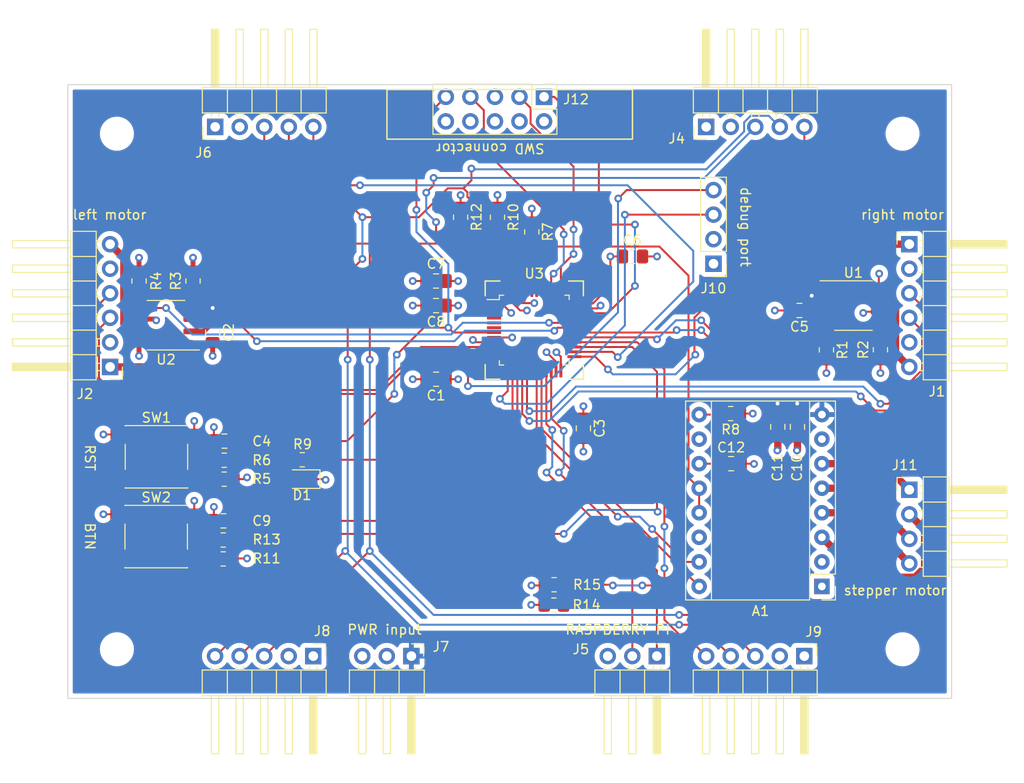
<source format=kicad_pcb>
(kicad_pcb (version 20211014) (generator pcbnew)
  (layers (0 "F.Cu" signal) (1 "In1.Cu" signal) (2 "In2.Cu" signal) (31 "B.Cu" signal) (34 "B.Paste" user) (35 "F.Paste" user) (36 "B.SilkS" user "B.Silkscreen") (37 "F.SilkS" user "F.Silkscreen") (38 "B.Mask" user) (39 "F.Mask" user) (44 "Edge.Cuts" user))
  (net 0 "")
  (net 1 "+3V3")
  (net 2 "/I2C1_SCL")
  (net 3 "Net-(R5-Pad2)")
  (net 4 "/NRST")
  (net 5 "/SERVO_CTRL_LEFT_REVERSE")
  (net 6 "GND")
  (net 7 "/SERVO_CTRL_RIGHT_FORWARD")
  (net 8 "/SERVO_CTRL_RIGHT_REVERSE")
  (net 9 "/BOOT0")
  (net 10 "Net-(A1-Pad9)")
  (net 11 "/LED_0")
  (net 12 "Net-(D1-Pad2)")
  (net 13 "Net-(R11-Pad2)")
  (net 14 "/I2C1_SDA")
  (net 15 "/BTN_0")
  (net 16 "/I2C2_SCL")
  (net 17 "/I2C2_SDA")
  (net 18 "/SERVO_CTRL_LEFT_FORWARD")
  (net 19 "/SERVO_CTRL_RIGHT_OUT_1")
  (net 20 "+6V")
  (net 21 "/SERVO_CTRL_RIGHT_OUT_2")
  (net 22 "/SERVO_CTRL_LEFT_OUT_1")
  (net 23 "/SERVO_CTRL_LEFT_OUT_2")
  (net 29 "/ENCODER_LEFT_A_PHASE")
  (net 30 "/ENCODER_LEFT_B_PHASE")
  (net 31 "/UART_TX")
  (net 32 "/UART_RX")
  (net 33 "/ENCODER_RIGHT_A_PHASE")
  (net 34 "/ENCODER_RIGHT_B_PHASE")
  (net 36 "/TMC_STEP")
  (net 37 "/TMC_DIR")
  (net 38 "/SHUT_1")
  (net 39 "/SHUT_2")
  (net 40 "/SHUT_3")
  (net 41 "/SHUT_4")
  (net 43 "/SWDIO")
  (net 44 "/SWCLK")
  (net 46 "/SWO")
  (net 49 "/TMC_PDN_UART")
  (net 51 "/1B")
  (net 52 "/1A")
  (net 53 "/2A")
  (net 54 "/2B")
  (footprint "LED_SMD:LED_0805_2012Metric_Pad1.15x1.40mm_HandSolder" (layer "F.Cu") (at 125.8316 104.3178 180)
    (fp_text reference "D1")
    (fp_text value "LED")
  )
  (footprint "Capacitor_SMD:C_0805_2012Metric_Pad1.18x1.45mm_HandSolder" (layer "F.Cu") (at 139.7 86.36 180)
    (fp_text reference "C8")
    (fp_text value "1u")
  )
  (footprint "Connector_PinHeader_2.54mm:PinHeader_1x06_P2.54mm_Horizontal" (layer "F.Cu") (at 188.665 80.01)
    (fp_text reference "J1")
    (fp_text value "CONN_SERVO_RIGHT")
  )
  (footprint "Connector_PinHeader_2.54mm:PinHeader_1x04_P2.54mm_Vertical" (layer "F.Cu") (at 168.402 82.032 180)
    (fp_text reference "J10")
    (fp_text value "DEBUG_UART")
  )
  (footprint "Resistor_SMD:R_0805_2012Metric_Pad1.20x1.40mm_HandSolder" (layer "F.Cu") (at 114.554 83.82 90)
    (fp_text reference "R3")
    (fp_text value "10k")
  )
  (footprint "Capacitor_SMD:C_0805_2012Metric_Pad1.18x1.45mm_HandSolder" (layer "F.Cu") (at 177.292 86.868 180)
    (fp_text reference "C5")
    (fp_text value "47u")
  )
  (footprint "Connector_PinHeader_2.54mm:PinHeader_1x05_P2.54mm_Horizontal" (layer "F.Cu") (at 116.845 67.875 90)
    (fp_text reference "J6")
    (fp_text value "SENSOR_CONNECTOR_2")
  )
  (footprint "Module:Pololu_Breakout-16_15.2x20.3mm" (layer "F.Cu") (at 179.6188 115.4176 180)
    (fp_text reference "A1")
    (fp_text value "TMC2208_module")
  )
  (footprint "Capacitor_SMD:C_0805_2012Metric_Pad1.18x1.45mm_HandSolder" (layer "F.Cu") (at 177.0888 98.9076 -90)
    (fp_text reference "C10")
    (fp_text value "47u")
  )
  (footprint "Resistor_SMD:R_0805_2012Metric_Pad1.20x1.40mm_HandSolder" (layer "F.Cu") (at 151.908 115.2398)
    (fp_text reference "R15")
    (fp_text value "4.7k")
  )
  (footprint "Resistor_SMD:R_0805_2012Metric_Pad1.20x1.40mm_HandSolder" (layer "F.Cu") (at 146.05 77.216 -90)
    (fp_text reference "R10")
    (fp_text value "4.7k")
  )
  (footprint "MountingHole:MountingHole_2.5mm" (layer "F.Cu") (at 187.96 68.58)
    (fp_text reference "REF02" hide)
    (fp_text value "MountingHole_2.5mm")
  )
  (footprint "Connector_PinHeader_2.54mm:PinHeader_1x03_P2.54mm_Horizontal" (layer "F.Cu") (at 162.545 122.625 -90)
    (fp_text reference "J5")
    (fp_text value "RASPBERRY_CONNECTOR")
  )
  (footprint "Capacitor_SMD:C_0805_2012Metric_Pad1.18x1.45mm_HandSolder" (layer "F.Cu") (at 175.0568 98.9076 -90)
    (fp_text reference "C11")
    (fp_text value "47u")
  )
  (footprint "MountingHole:MountingHole_2.5mm" (layer "F.Cu") (at 187.96 121.92)
    (fp_text reference "REF01" hide)
    (fp_text value "MountingHole_2.5mm")
  )
  (footprint "MountingHole:MountingHole_2.5mm" (layer "F.Cu") (at 106.68 121.92)
    (fp_text reference "REF04" hide)
    (fp_text value "MountingHole_2.5mm")
  )
  (footprint "Capacitor_SMD:C_0805_2012Metric_Pad1.18x1.45mm_HandSolder" (layer "F.Cu") (at 139.7 93.98 180)
    (fp_text reference "C1")
    (fp_text value "100n")
  )
  (footprint "Resistor_SMD:R_0805_2012Metric_Pad1.20x1.40mm_HandSolder" (layer "F.Cu") (at 117.7798 104.3178 180)
    (fp_text reference "R5")
    (fp_text value "100k")
  )
  (footprint "Connector_PinHeader_2.54mm:PinHeader_1x05_P2.54mm_Horizontal" (layer "F.Cu") (at 126.995 122.625 -90)
    (fp_text reference "J8")
    (fp_text value "SENSOR_CONNECTOR_3")
  )
  (footprint "MountingHole:MountingHole_2.5mm" (layer "F.Cu") (at 106.68 68.58)
    (fp_text reference "REF03" hide)
    (fp_text value "MountingHole_2.5mm")
  )
  (footprint "Capacitor_SMD:C_0805_2012Metric_Pad1.18x1.45mm_HandSolder" (layer "F.Cu") (at 117.8052 100.3808 180)
    (fp_text reference "C4")
    (fp_text value "100n")
  )
  (footprint "Capacitor_SMD:C_0805_2012Metric_Pad1.18x1.45mm_HandSolder" (layer "F.Cu") (at 116.586 89.154 -90)
    (fp_text reference "C2")
    (fp_text value "47u")
  )
  (footprint "Resistor_SMD:R_0805_2012Metric_Pad1.20x1.40mm_HandSolder" (layer "F.Cu") (at 180.086 90.948 -90)
    (fp_text reference "R1")
    (fp_text value "10k")
  )
  (footprint "Resistor_SMD:R_0805_2012Metric_Pad1.20x1.40mm_HandSolder" (layer "F.Cu") (at 117.6782 110.617)
    (fp_text reference "R13")
    (fp_text value "100")
  )
  (footprint "Button_Switch_SMD:SW_Push_1P1T_NO_6x6mm_H9.5mm" (layer "F.Cu") (at 110.7694 102.0064)
    (fp_text reference "SW1")
    (fp_text value "SW_RST")
  )
  (footprint "Connector_PinHeader_2.54mm:PinHeader_2x05_P2.54mm_Vertical" (layer "F.Cu") (at 150.871 64.765 -90)
    (fp_text reference "J12")
    (fp_text value "SWD_CONNECTOR")
  )
  (footprint "Capacitor_SMD:C_0805_2012Metric_Pad1.18x1.45mm_HandSolder" (layer "F.Cu") (at 170.2308 102.7176)
    (fp_text reference "C12")
    (fp_text value "100n")
  )
  (footprint "Capacitor_SMD:C_0805_2012Metric_Pad1.18x1.45mm_HandSolder" (layer "F.Cu") (at 117.7036 108.6358 180)
    (fp_text reference "C9")
    (fp_text value "100n")
  )
  (footprint "Resistor_SMD:R_0805_2012Metric_Pad1.20x1.40mm_HandSolder" (layer "F.Cu") (at 117.7798 102.362)
    (fp_text reference "R6")
    (fp_text value "100")
  )
  (footprint "Connector_PinHeader_2.54mm:PinHeader_1x06_P2.54mm_Horizontal" (layer "F.Cu") (at 105.975 92.71 180)
    (fp_text reference "J2")
    (fp_text value "CONN_SERVO_LEFT")
  )
  (footprint "Button_Switch_SMD:SW_Push_1P1T_NO_6x6mm_H9.5mm" (layer "F.Cu") (at 110.744 110.2614)
    (fp_text reference "SW2")
    (fp_text value "SW_BTN")
  )
  (footprint "Connector_PinHeader_2.54mm:PinHeader_1x04_P2.54mm_Horizontal" (layer "F.Cu") (at 188.665 105.42)
    (fp_text reference "J11")
    (fp_text value "Stepper_motor_out")
  )
  (footprint "Connector_PinHeader_2.54mm:PinHeader_1x05_P2.54mm_Horizontal" (layer "F.Cu") (at 167.645 67.875 90)
    (fp_text reference "J4")
    (fp_text value "SENSOR_CONNECTOR_1")
  )
  (footprint "Resistor_SMD:R_0805_2012Metric_Pad1.20x1.40mm_HandSolder" (layer "F.Cu") (at 185.674 90.932 -90)
    (fp_text reference "R2")
    (fp_text value "10k")
  )
  (footprint "Connector_PinHeader_2.54mm:PinHeader_1x05_P2.54mm_Horizontal" (layer "F.Cu") (at 177.8 122.625 -90)
    (fp_text reference "J9")
    (fp_text value "SENSOR_CONNECTOR_4")
  )
  (footprint "Resistor_SMD:R_0805_2012Metric_Pad1.20x1.40mm_HandSolder" (layer "F.Cu") (at 117.6782 112.5728 180)
    (fp_text reference "R11")
    (fp_text value "100k")
  )
  (footprint "Resistor_SMD:R_0805_2012Metric_Pad1.20x1.40mm_HandSolder" (layer "F.Cu") (at 108.966 83.82 90)
    (fp_text reference "R4")
    (fp_text value "10k")
  )
  (footprint "Package_QFP:LQFP-48_7x7mm_P0.5mm" (layer "F.Cu") (at 149.86 88.9)
    (fp_text reference "U3")
    (fp_text value "STM32F103C8Tx")
  )
  (footprint "Package_SO:SOP-8_3.9x4.9mm_P1.27mm" (layer "F.Cu") (at 182.88 86.36)
    (fp_text reference "U1")
    (fp_text value "BD6220F-E2")
  )
  (footprint "Capacitor_SMD:C_0805_2012Metric_Pad1.18x1.45mm_HandSolder" (layer "F.Cu") (at 154.94 99.06 -90)
    (fp_text reference "C3")
    (fp_text value "100n")
  )
  (footprint "Resistor_SMD:R_0805_2012Metric_Pad1.20x1.40mm_HandSolder" (layer "F.Cu") (at 170.18 97.536 180)
    (fp_text reference "R8")
    (fp_text value "10k")
  )
  (footprint "Resistor_SMD:R_0805_2012Metric_Pad1.20x1.40mm_HandSolder" (layer "F.Cu") (at 142.24 77.216 -90)
    (fp_text reference "R12")
    (fp_text value "4.7k")
  )
  (footprint "Connector_PinHeader_2.54mm:PinHeader_1x03_P2.54mm_Horizontal" (layer "F.Cu") (at 137.145 122.625 -90)
    (fp_text reference "J7")
    (fp_text value "PWR_input")
  )
  (footprint "Resistor_SMD:R_0805_2012Metric_Pad1.20x1.40mm_HandSolder" (layer "F.Cu") (at 151.892 117.348)
    (fp_text reference "R14")
    (fp_text value "4.7k")
  )
  (footprint "Resistor_SMD:R_0805_2012Metric_Pad1.20x1.40mm_HandSolder" (layer "F.Cu") (at 149.606 78.74 -90)
    (fp_text reference "R7")
    (fp_text value "10k")
  )
  (footprint "Package_SO:SOP-8_3.9x4.9mm_P1.27mm" (layer "F.Cu") (at 111.76 88.392 180)
    (fp_text reference "U2")
    (fp_text value "BD6220F-E2")
  )
  (footprint "Resistor_SMD:R_0805_2012Metric_Pad1.20x1.40mm_HandSolder" (layer "F.Cu") (at 125.857 102.3112 180)
    (fp_text reference "R9")
    (fp_text value "1k")
  )
  (footprint "Capacitor_SMD:C_0805_2012Metric_Pad1.18x1.45mm_HandSolder" (layer "F.Cu") (at 139.7 83.82 180)
    (fp_text reference "C7")
    (fp_text value "100n")
  )
  (footprint "Capacitor_SMD:C_0805_2012Metric_Pad1.18x1.45mm_HandSolder" (layer "F.Cu") (at 160.02 81.28)
    (fp_text reference "C6")
    (fp_text value "100n")
  )
  (gr_line (start 144.78 83.82) (end 146.304 83.82) (layer "F.SilkS") (width 0.15))
  (gr_line (start 154.94 83.82) (end 153.416 83.82) (layer "F.SilkS") (width 0.15))
  (gr_line (start 144.78 93.98) (end 146.304 93.98) (layer "F.SilkS") (width 0.15))
  (gr_rect (start 134.62 64.008) (end 160.02 69.143) (layer "F.SilkS") (width 0.15) (fill none))
  (gr_line (start 144.78 92.456) (end 144.78 93.98) (layer "F.SilkS") (width 0.15))
  (gr_line (start 154.94 85.344) (end 154.94 83.82) (layer "F.SilkS") (width 0.15))
  (gr_line (start 154.94 93.98) (end 153.416 93.98) (layer "F.SilkS") (width 0.15))
  (gr_line (start 144.78 85.344) (end 144.78 83.82) (layer "F.SilkS") (width 0.15))
  (gr_line (start 154.94 93.98) (end 154.94 92.456) (layer "F.SilkS") (width 0.15))
  (gr_rect (start 193.04 63.5) (end 101.6 127) (layer "Edge.Cuts") (width 0.1) (fill none))
  (gr_text "RST" (at 103.886 102.108 270) (layer "F.SilkS") (effects (font (size 1 1))))
  (gr_text "BTN" (at 103.886 110.236 270) (layer "F.SilkS") (effects (font (size 1 1))))
  (gr_text "debug port" (at 171.704 78.232 270) (layer "F.SilkS") (effects (font (size 1 1))))
  (gr_text "right motor" (at 187.96 76.962) (layer "F.SilkS") (effects (font (size 1 1))))
  (gr_text "SWD connector" (at 145.288 70.104 180) (layer "F.SilkS") (effects (font (size 1 1))))
  (gr_text "left motor" (at 105.918 76.962) (layer "F.SilkS") (effects (font (size 1 1))))
  (gr_text "PWR input" (at 134.366 119.888) (layer "F.SilkS") (effects (font (size 1 1))))
  (gr_text "RASPBERRY PI" (at 158.496 119.888) (layer "F.SilkS") (effects (font (size 1 1))))
  (gr_text "stepper motor" (at 187.198 115.824) (layer "F.SilkS") (effects (font (size 1 1))))
  (segment (start 140.7375 86.36) (end 141.986 86.36) (width 0.2032) (layer "F.Cu") (net 1))
  (segment (start 140.7375 93.98) (end 141.986 93.98) (width 0.2032) (layer "F.Cu") (net 1))
  (segment (start 185.505 86.995) (end 184.023 86.995) (width 0.2032) (layer "F.Cu") (net 1))
  (segment (start 142.24 76.216) (end 142.24 74.93) (width 0.2032) (layer "F.Cu") (net 1))
  (segment (start 152.61 91.65) (end 152.146 91.186) (width 0.2032) (layer "F.Cu") (net 1))
  (segment (start 157.734 84.328) (end 157.734 81.28) (width 0.2032) (layer "F.Cu") (net 1))
  (segment (start 150.8318 115.316) (end 150.908 115.2398) (width 0.2032) (layer "F.Cu") (net 1))
  (segment (start 143.744 90.15) (end 145.6975 90.15) (width 0.2032) (layer "F.Cu") (net 1))
  (segment (start 143.51 89.916) (end 143.744 90.15) (width 0.2032) (layer "F.Cu") (net 1))
  (segment (start 154.94 98.0225) (end 154.94 96.774) (width 0.2032) (layer "F.Cu") (net 1))
  (segment (start 146.05 76.2) (end 146.05 74.914) (width 0.2032) (layer "F.Cu") (net 1))
  (segment (start 166.9188 102.7176) (end 169.1933 102.7176) (width 0.2032) (layer "F.Cu") (net 1))
  (segment (start 149.5712 115.316) (end 150.8318 115.316) (width 0.2032) (layer "F.Cu") (net 1))
  (segment (start 158.9825 81.28) (end 157.734 81.28) (width 0.2032) (layer "F.Cu") (net 1))
  (segment (start 146.5004 86.15) (end 147.4724 87.122) (width 0.2032) (layer "F.Cu") (net 1))
  (segment (start 118.729 112.522) (end 118.6782 112.5728) (width 0.2032) (layer "F.Cu") (net 1))
  (segment (start 149.5458 117.3226) (end 150.8666 117.3226) (width 0.2032) (layer "F.Cu") (net 1))
  (segment (start 110.617 87.757) (end 110.744 87.884) (width 0.508) (layer "F.Cu") (net 1))
  (segment (start 118.7798 104.3178) (end 119.9642 104.3178) (width 0.2032) (layer "F.Cu") (net 1))
  (segment (start 147.11 84.7375) (end 147.11 85.576446) (width 0.2032) (layer "F.Cu") (net 1))
  (segment (start 109.135 87.757) (end 110.617 87.757) (width 0.508) (layer "F.Cu") (net 1))
  (segment (start 148.401554 86.868) (end 149.098 86.868) (width 0.2032) (layer "F.Cu") (net 1))
  (segment (start 152.61 93.0625) (end 152.61 91.65) (width 0.2032) (layer "F.Cu") (net 1))
  (segment (start 145.6975 86.15) (end 146.5004 86.15) (width 0.2032) (layer "F.Cu") (net 1))
  (segment (start 120.142 112.522) (end 118.729 112.522) (width 0.2032) (layer "F.Cu") (net 1))
  (segment (start 150.8666 117.3226) (end 150.892 117.348) (width 0.2032) (layer "F.Cu") (net 1))
  (segment (start 119.9642 104.3178) (end 120.142 104.14) (width 0.2032) (layer "F.Cu") (net 1))
  (segment (start 147.11 85.576446) (end 148.401554 86.868) (width 0.2032) (layer "F.Cu") (net 1))
  (segment (start 184.023 86.995) (end 183.896 87.122) (width 0.2032) (layer "F.Cu") (net 1))
  (segment (start 154.0225 86.15) (end 155.912 86.15) (width 0.2032) (layer "F.Cu") (net 1))
  (segment (start 140.7375 83.82) (end 141.986 83.82) (width 0.2032) (layer "F.Cu") (net 1))
  (segment (start 155.912 86.15) (end 157.734 84.328) (width 0.2032) (layer "F.Cu") (net 1))
  (via (at 183.896 87.122) (size 0.8) (drill 0.4) (layers "F.Cu" "B.Cu") (net 1))
  (via (at 152.146 91.186) (size 0.8) (drill 0.4) (layers "F.Cu" "B.Cu") (net 1))
  (via (at 141.986 93.98) (size 0.8) (drill 0.4) (layers "F.Cu" "B.Cu") (net 1))
  (via (at 157.734 81.28) (size 0.8) (drill 0.4) (layers "F.Cu" "B.Cu") (net 1))
  (via (at 143.51 89.916) (size 0.8) (drill 0.4) (layers "F.Cu" "B.Cu") (net 1))
  (via (at 149.5458 117.3226) (size 0.8) (drill 0.4) (layers "F.Cu" "B.Cu") (net 1))
  (via (at 149.098 86.868) (size 0.8) (drill 0.4) (layers "F.Cu" "B.Cu") (net 1))
  (via (at 142.24 74.93) (size 0.8) (drill 0.4) (layers "F.Cu" "B.Cu") (net 1))
  (via (at 154.94 96.774) (size 0.8) (drill 0.4) (layers "F.Cu" "B.Cu") (net 1))
  (via (at 110.744 87.884) (size 0.8) (drill 0.4) (layers "F.Cu" "B.Cu") (net 1))
  (via (at 147.4724 87.122) (size 0.8) (drill 0.4) (layers "F.Cu" "B.Cu") (net 1))
  (via (at 146.05 74.914) (size 0.8) (drill 0.4) (layers "F.Cu" "B.Cu") (net 1))
  (via (at 149.5712 115.316) (size 0.8) (drill 0.4) (layers "F.Cu" "B.Cu") (net 1))
  (via (at 120.142 104.14) (size 0.8) (drill 0.4) (layers "F.Cu" "B.Cu") (net 1))
  (via (at 120.142 112.522) (size 0.8) (drill 0.4) (layers "F.Cu" "B.Cu") (net 1))
  (via (at 141.986 86.36) (size 0.8) (drill 0.4) (layers "F.Cu" "B.Cu") (net 1))
  (via (at 141.986 83.82) (size 0.8) (drill 0.4) (layers "F.Cu" "B.Cu") (net 1))
  (segment (start 142.941111 74.639589) (end 142.530411 74.228889) (width 0.2032) (layer "F.Cu") (net 2))
  (segment (start 148.61 82.046) (end 146.05 79.486) (width 0.2032) (layer "F.Cu") (net 2))
  (segment (start 130.556 91.948) (end 130.556 83.058) (width 0.2032) (layer "F.Cu") (net 2))
  (segment (start 130.24 111.76) (end 130.302 111.76) (width 0.2032) (layer "F.Cu") (net 2))
  (segment (start 142.534711 74.228889) (end 142.530411 74.228889) (width 0.2032) (layer "F.Cu") (net 2))
  (segment (start 119.375 122.625) (end 130.24 111.76) (width 0.2032) (layer "F.Cu") (net 2))
  (segment (start 143.3576 72.1868) (end 143.3576 73.406) (width 0.2032) (layer "F.Cu") (net 2))
  (segment (start 124.465 69.601) (end 124.465 67.875) (width 0.2032) (layer "F.Cu") (net 2))
  (segment (start 166.935 119.38) (end 164.846 119.38) (width 0.2032) (layer "F.Cu") (net 2))
  (segment (start 146.05 79.486) (end 146.05 78.216) (width 0.2032) (layer "F.Cu") (net 2))
  (segment (start 146.05 78.216) (end 142.941111 75.107111) (width 0.2032) (layer "F.Cu") (net 2))
  (segment (start 132.08 77.216) (end 124.465 69.601) (width 0.2032) (layer "F.Cu") (net 2))
  (segment (start 143.3576 73.406) (end 142.534711 74.228889) (width 0.2032) (layer "F.Cu") (net 2))
  (segment (start 140.909111 74.228889) (end 137.922 77.216) (width 0.2032) (layer "F.Cu") (net 2))
  (segment (start 137.922 77.216) (end 132.08 77.216) (width 0.2032) (layer "F.Cu") (net 2))
  (segment (start 148.61 84.7375) (end 148.61 82.046) (width 0.2032) (layer "F.Cu") (net 2))
  (segment (start 142.941111 75.107111) (end 142.941111 74.639589) (width 0.2032) (layer "F.Cu") (net 2))
  (segment (start 170.18 122.625) (end 166.935 119.38) (width 0.2032) (layer "F.Cu") (net 2))
  (segment (start 130.556 83.058) (end 132.08 81.534) (width 0.2032) (layer "F.Cu") (net 2))
  (segment (start 142.530411 74.228889) (end 140.909111 74.228889) (width 0.2032) (layer "F.Cu") (net 2))
  (via (at 130.556 91.948) (size 0.8) (drill 0.4) (layers "F.Cu" "B.Cu") (net 2))
  (via (at 130.302 111.76) (size 0.8) (drill 0.4) (layers "F.Cu" "B.Cu") (net 2))
  (via (at 143.3576 72.1868) (size 0.8) (drill 0.4) (layers "F.Cu" "B.Cu") (net 2))
  (via (at 164.846 119.38) (size 0.8) (drill 0.4) (layers "F.Cu" "B.Cu") (net 2))
  (via (at 132.08 81.534) (size 0.8) (drill 0.4) (layers "F.Cu" "B.Cu") (net 2))
  (via (at 132.08 77.216) (size 0.8) (drill 0.4) (layers "F.Cu" "B.Cu") (net 2))
  (segment (start 132.08 81.534) (end 132.08 77.216) (width 0.2032) (layer "B.Cu") (net 2))
  (segment (start 171.573889 68.351807) (end 171.573889 67.398193) (width 0.2032) (layer "B.Cu") (net 2))
  (segment (start 137.922 119.38) (end 130.302 111.76) (width 0.2032) (layer "B.Cu") (net 2))
  (segment (start 167.662696 72.263) (end 171.573889 68.351807) (width 0.2032) (layer "B.Cu") (net 2))
  (segment (start 172.248193 66.723889) (end 174.113889 66.723889) (width 0.2032) (layer "B.Cu") (net 2))
  (segment (start 130.556 111.506) (end 130.556 91.948) (width 0.2032) (layer "B.Cu") (net 2))
  (segment (start 171.573889 67.398193) (end 172.248193 66.723889) (width 0.2032) (layer "B.Cu") (net 2))
  (segment (start 174.113889 66.723889) (end 175.265 67.875) (width 0.2032) (layer "B.Cu") (net 2))
  (segment (start 164.846 119.38) (end 137.922 119.38) (width 0.2032) (layer "B.Cu") (net 2))
  (segment (start 143.3576 72.1868) (end 143.4338 72.263) (width 0.2032) (layer "B.Cu") (net 2))
  (segment (start 143.4338 72.263) (end 167.662696 72.263) (width 0.2032) (layer "B.Cu") (net 2))
  (segment (start 130.302 111.76) (end 130.556 111.506) (width 0.2032) (layer "B.Cu") (net 2))
  (segment (start 116.7798 104.3178) (end 116.7798 102.362) (width 0.2032) (layer "F.Cu") (net 3))
  (segment (start 116.7798 104.3178) (end 116.7184 104.2564) (width 0.2032) (layer "F.Cu") (net 3))
  (segment (start 106.7944 104.2564) (end 114.7444 104.2564) (width 0.2032) (layer "F.Cu") (net 3))
  (segment (start 116.7184 104.2564) (end 114.7444 104.2564) (width 0.2032) (layer "F.Cu") (net 3))
  (segment (start 130.5052 100.3808) (end 135.382 95.504) (width 0.2032) (layer "F.Cu") (net 4))
  (segment (start 118.7798 102.362) (end 118.7798 100.4437) (width 0.2032) (layer "F.Cu") (net 4))
  (segment (start 137.668 67.808) (end 137.668 76.454) (width 0.2032) (layer "F.Cu") (net 4))
  (segment (start 140.711 64.765) (end 137.668 67.808) (width 0.2032) (layer "F.Cu") (net 4))
  (segment (start 135.636 91.44) (end 138.43 88.646) (width 0.2032) (layer "F.Cu") (net 4))
  (segment (start 141.474 89.15) (end 145.6975 89.15) (width 0.2032) (layer "F.Cu") (net 4))
  (segment (start 138.43 88.646) (end 140.97 88.646) (width 0.2032) (layer "F.Cu") (net 4))
  (segment (start 118.7798 100.4437) (end 118.8427 100.3808) (width 0.2032) (layer "F.Cu") (net 4))
  (segment (start 118.8427 100.3808) (end 130.5052 100.3808) (width 0.2032) (layer "F.Cu") (net 4))
  (segment (start 140.97 88.646) (end 141.474 89.15) (width 0.2032) (layer "F.Cu") (net 4))
  (via (at 140.97 88.646) (size 0.8) (drill 0.4) (layers "F.Cu" "B.Cu") (net 4))
  (via (at 135.636 91.44) (size 0.8) (drill 0.4) (layers "F.Cu" "B.Cu") (net 4))
  (via (at 137.668 76.454) (size 0.8) (drill 0.4) (layers "F.Cu" "B.Cu") (net 4))
  (via (at 135.382 95.504) (size 0.8) (drill 0.4) (layers "F.Cu" "B.Cu") (net 4))
  (segment (start 137.668 78.74) (end 140.97 82.042) (width 0.2032) (layer "B.Cu") (net 4))
  (segment (start 135.382 95.504) (end 135.382 91.694) (width 0.2032) (layer "B.Cu") (net 4))
  (segment (start 137.668 76.454) (end 137.668 78.74) (width 0.2032) (layer "B.Cu") (net 4))
  (segment (start 135.382 91.694) (end 135.636 91.44) (width 0.2032) (layer "B.Cu") (net 4))
  (segment (start 140.97 82.042) (end 140.97 88.646) (width 0.2032) (layer "B.Cu") (net 4))
  (segment (start 109.262 86.614) (end 109.135 86.487) (width 0.2032) (layer "F.Cu") (net 5))
  (segment (start 151.396 88.15) (end 151.384 88.138) (width 0.2032) (layer "F.Cu") (net 5))
  (segment (start 111.76 86.614) (end 109.262 86.614) (width 0.2032) (layer "F.Cu") (net 5))
  (segment (start 109.135 86.487) (end 109.135 84.989) (width 0.2032) (layer "F.Cu") (net 5))
  (segment (start 154.0225 88.15) (end 151.396 88.15) (width 0.2032) (layer "F.Cu") (net 5))
  (segment (start 109.135 84.989) (end 108.966 84.82) (width 0.2032) (layer "F.Cu") (net 5))
  (via (at 151.384 88.138) (size 0.8) (drill 0.4) (layers "F.Cu" "B.Cu") (net 5))
  (via (at 111.76 86.614) (size 0.8) (drill 0.4) (layers "F.Cu" "B.Cu") (net 5))
  (segment (start 114.493111 89.347111) (end 111.76 86.614) (width 0.2032) (layer "B.Cu") (net 5))
  (segment (start 142.469522 88.138) (end 141.260411 89.347111) (width 0.2032) (layer "B.Cu") (net 5))
  (segment (start 151.384 88.138) (end 142.469522 88.138) (width 0.2032) (layer "B.Cu") (net 5))
  (segment (start 141.260411 89.347111) (end 114.493111 89.347111) (width 0.2032) (layer "B.Cu") (net 5))
  (segment (start 185.505 83.1) (end 185.547 83.058) (width 0.2032) (layer "F.Cu") (net 6))
  (segment (start 137.287 93.98) (end 138.6625 93.98) (width 0.2032) (layer "F.Cu") (net 6))
  (segment (start 114.681 107.9734) (end 114.719 108.0114) (width 0.2032) (layer "F.Cu") (net 6))
  (segment (start 126.8566 104.3178) (end 128.1938 104.3178) (width 0.2032) (layer "F.Cu") (net 6))
  (segment (start 145.7095 89.662) (end 145.6975 89.65) (width 0.2032) (layer "F.Cu") (net 6))
  (segment (start 116.713 107.188) (end 116.713 108.5889) (width 0.2032) (layer "F.Cu") (net 6))
  (segment (start 105.283 107.95) (end 106.7076 107.95) (width 0.2032) (layer "F.Cu") (net 6))
  (segment (start 147.61 85.506914) (end 147.61 84.7375) (width 0.2032) (layer "F.Cu") (net 6))
  (segment (start 177.0888 101.2952) (end 177.038 101.346) (width 0.762) (layer "F.Cu") (net 6))
  (segment (start 128.1938 104.3178) (end 128.27 104.394) (width 0.2032) (layer "F.Cu") (net 6))
  (segment (start 175.0568 99.9451) (end 175.0568 101.2952) (width 0.762) (layer "F.Cu") (net 6))
  (segment (start 185.674 91.932) (end 185.674 93.345) (width 0.2032) (layer "F.Cu") (net 6))
  (segment (start 174.752 86.868) (end 176.2545 86.868) (width 0.2032) (layer "F.Cu") (net 6))
  (segment (start 108.966 90.466) (end 109.135 90.297) (width 0.508) (layer "F.Cu") (net 6))
  (segment (start 148.209086 86.106) (end 147.61 85.506914) (width 0.2032) (layer "F.Cu") (net 6))
  (segment (start 175.0568 101.2952) (end 175.006 101.346) (width 0.762) (layer "F.Cu") (net 6))
  (segment (start 106.733 99.695) (end 106.7944 99.7564) (width 0.2032) (layer "F.Cu") (net 6))
  (segment (start 137.287 83.82) (end 138.6625 83.82) (width 0.2032) (layer "F.Cu") (net 6))
  (segment (start 172.5676 102.7176) (end 172.593 102.743) (width 0.2032) (layer "F.Cu") (net 6))
  (segment (start 116.713 98.933) (end 116.713 100.3261) (width 0.2032) (layer "F.Cu") (net 6))
  (segment (start 149.86 86.106) (end 148.209086 86.106) (width 0.2032) (layer "F.Cu") (net 6))
  (segment (start 180.086 91.948) (end 180.086 93.345) (width 0.2032) (layer "F.Cu") (net 6))
  (segment (start 185.505 84.455) (end 185.505 83.1) (width 0.2032) (layer "F.Cu") (net 6))
  (segment (start 116.586 91.567) (end 116.586 90.1915) (width 0.508) (layer "F.Cu") (net 6))
  (segment (start 116.713 100.3261) (end 116.7677 100.3808) (width 0.2032) (layer "F.Cu") (net 6))
  (segment (start 116.0417 108.0114) (end 114.719 108.0114) (width 0.2032) (layer "F.Cu") (net 6))
  (segment (start 152.11 92.166) (end 151.13 91.186) (width 0.2032) (layer "F.Cu") (net 6))
  (segment (start 138.6625 86.36) (end 137.287 86.36) (width 0.2032) (layer "F.Cu") (net 6))
  (segment (start 116.7677 100.3808) (end 116.1433 99.7564) (width 0.2032) (layer "F.Cu") (net 6))
  (segment (start 149.606 77.74) (end 149.606 76.327) (width 0.2032) (layer "F.Cu") (net 6))
  (segment (start 116.1433 99.7564) (end 114.7444 99.7564) (width 0.2032) (layer "F.Cu") (net 6))
  (segment (start 114.681 99.693) (end 114.7444 99.7564) (width 0.2032) (layer "F.Cu") (net 6))
  (segment (start 116.6661 108.6358) (end 116.0417 108.0114) (width 0.2032) (layer "F.Cu") (net 6))
  (segment (start 114.554 81.407) (end 114.554 82.82) (width 0.508) (layer "F.Cu") (net 6))
  (segment (start 108.966 91.567) (end 108.966 90.466) (width 0.508) (layer "F.Cu") (net 6))
  (segment (start 185.547 84.413) (end 185.505 84.455) (width 0.2032) (layer "F.Cu") (net 6))
  (segment (start 171.18 97.536) (end 172.466 97.536) (width 0.2032) (layer "F.Cu") (net 6))
  (segment (start 161.0575 81.28) (end 162.56 81.28) (width 0.2032) (layer "F.Cu") (net 6))
  (segment (start 106.769 108.0114) (end 114.719 108.0114) (width 0.2032) (layer "F.Cu") (net 6))
  (segment (start 177.0888 99.9451) (end 177.0888 101.2952) (width 0.762) (layer "F.Cu") (net 6))
  (segment (start 152.11 93.0625) (end 152.11 92.166) (width 0.2032) (layer "F.Cu") (net 6))
  (segment (start 171.2683 102.7176) (end 172.5676 102.7176) (width 0.2032) (layer "F.Cu") (net 6))
  (segment (start 114.681 98.298) (end 114.681 99.693) (width 0.2032) (layer "F.Cu") (net 6))
  (segment (start 108.966 82.82) (end 108.966 81.407) (width 0.508) (layer "F.Cu") (net 6))
  (segment (start 147.574 89.662) (end 145.7095 89.662) (width 0.2032) (layer "F.Cu") (net 6))
  (segment (start 116.713 108.5889) (end 116.6661 108.6358) (width 0.2032) (layer "F.Cu") (net 6))
  (segment (start 156.428 86.65) (end 156.718 86.36) (width 0.2032) (layer "F.Cu") (net 6))
  (segment (start 154.0225 86.65) (end 156.428 86.65) (width 0.2032) (layer "F.Cu") (net 6))
  (segment (start 114.7444 99.7564) (end 106.7944 99.7564) (width 0.2032) (layer "F.Cu") (net 6))
  (segment (start 114.681 106.553) (end 114.681 107.9734) (width 0.2032) (layer "F.Cu") (net 6))
  (segment (start 105.283 99.695) (end 106.733 99.695) (width 0.2032) (layer "F.Cu") (net 6))
  (segment (start 106.7076 107.95) (end 106.769 108.0114) (width 0.2032) (layer "F.Cu") (net 6))
  (segment (start 154.94 101.473) (end 154.94 100.0975) (width 0.2032) (layer "F.Cu") (net 6))
  (via (at 137.287 83.82) (size 0.8) (drill 0.4) (layers "F.Cu" "B.Cu") (net 6))
  (via (at 137.287 93.98) (size 0.8) (drill 0.4) (layers "F.Cu" "B.Cu") (net 6))
  (via (at 108.966 81.407) (size 0.8) (drill 0.4) (layers "F.Cu" "B.Cu") (net 6))
  (via (at 108.966 91.567) (size 0.8) (drill 0.4) (layers "F.Cu" "B.Cu") (net 6))
  (via (at 147.574 89.662) (size 0.8) (drill 0.4) (layers "F.Cu" "B.Cu") (net 6))
  (via (at 172.593 102.743) (size 0.8) (drill 0.4) (layers "F.Cu" "B.Cu") (net 6))
  (via (at 185.674 93.345) (size 0.8) (drill 0.4) (layers "F.Cu" "B.Cu") (net 6))
  (via (at 162.56 81.28) (size 0.8) (drill 0.4) (layers "F.Cu" "B.Cu") (net 6))
  (via (at 105.283 99.695) (size 0.8) (drill 0.4) (layers "F.Cu" "B.Cu") (net 6))
  (via (at 151.13 91.186) (size 0.8) (drill 0.4) (layers "F.Cu" "B.Cu") (net 6))
  (via (at 149.86 86.106) (size 0.8) (drill 0.4) (layers "F.Cu" "B.Cu") (net 6))
  (via (at 116.586 91.567) (size 0.8) (drill 0.4) (layers "F.Cu" "B.Cu") (net 6))
  (via (at 116.713 98.933) (size 0.8) (drill 0.4) (layers "F.Cu" "B.Cu") (net 6))
  (via (at 114.681 106.553) (size 0.8) (drill 0.4) (layers "F.Cu" "B.Cu") (net 6))
  (via (at 175.006 101.346) (size 0.8) (drill 0.4) (layers "F.Cu" "B.Cu") (net 6))
  (via (at 105.283 107.95) (size 0.8) (drill 0.4) (layers "F.Cu" "B.Cu") (net 6))
  (via (at 177.038 101.346) (size 0.8) (drill 0.4) (layers "F.Cu" "B.Cu") (net 6))
  (via (at 172.466 97.536) (size 0.8) (drill 0.4) (layers "F.Cu" "B.Cu") (net 6))
  (via (at 114.681 98.298) (size 0.8) (drill 0.4) (layers "F.Cu" "B.Cu") (net 6))
  (via (at 174.752 86.868) (size 0.8) (drill 0.4) (layers "F.Cu" "B.Cu") (net 6))
  (via (at 154.94 101.473) (size 0.8) (drill 0.4) (layers "F.Cu" "B.Cu") (net 6))
  (via (at 137.287 86.36) (size 0.8) (drill 0.4) (layers "F.Cu" "B.Cu") (net 6))
  (via (at 180.086 93.345) (size 0.8) (drill 0.4) (layers "F.Cu" "B.Cu") (net 6))
  (via (at 114.554 81.407) (size 0.8) (drill 0.4) (layers "F.Cu" "B.Cu") (net 6))
  (via (at 156.718 86.36) (size 0.8) (drill 0.4) (layers "F.Cu" "B.Cu") (net 6))
  (via (at 149.606 76.327) (size 0.8) (drill 0.4) (layers "F.Cu" "B.Cu") (net 6))
  (via (at 128.27 104.394) (size 0.8) (drill 0.4) (layers "F.Cu" "B.Cu") (net 6))
  (via (at 116.713 107.188) (size 0.8) (drill 0.4) (layers "F.Cu" "B.Cu") (net 6))
  (via (at 185.547 83.058) (size 0.8) (drill 0.4) (layers "F.Cu" "B.Cu") (net 6))
  (segment (start 162.3589 89.65) (end 162.56 89.8511) (width 0.2032) (layer "F.Cu") (net 7))
  (segment (start 169.196 89.948) (end 180.086 89.948) (width 0.2032) (layer "F.Cu") (net 7))
  (segment (start 180.086 88.434) (end 180.255 88.265) (width 0.2032) (layer "F.Cu") (net 7))
  (segment (start 167.132 87.884) (end 169.196 89.948) (width 0.2032) (layer "F.Cu") (net 7))
  (segment (start 154.0225 89.65) (end 162.3589 89.65) (width 0.2032) (layer "F.Cu") (net 7))
  (segment (start 180.086 89.948) (end 180.086 88.434) (width 0.2032) (layer "F.Cu") (net 7))
  (via (at 162.56 89.851103) (size 0.8) (drill 0.4) (layers "F.Cu" "B.Cu") (net 7))
  (via (at 167.132 87.884) (size 0.8) (drill 0.4) (layers "F.Cu" "B.Cu") (net 7))
  (segment (start 164.5271 87.884) (end 167.132 87.884) (width 0.2032) (layer "B.Cu") (net 7))
  (segment (start 162.56 89.8511) (end 164.5271 87.884) (width 0.2032) (layer "B.Cu") (net 7))
  (segment (start 169.27888 91.04688) (end 184.55912 91.04688) (width 0.2032) (layer "F.Cu") (net 8))
  (segment (start 167.132 88.9) (end 169.27888 91.04688) (width 0.2032) (layer "F.Cu") (net 8))
  (segment (start 185.505 89.763) (end 185.674 89.932) (width 0.2032) (layer "F.Cu") (net 8))
  (segment (start 184.55912 91.04688) (end 185.674 89.932) (width 0.2032) (layer "F.Cu") (net 8))
  (segment (start 154.0225 89.15) (end 164.342 89.15) (width 0.2032) (layer "F.Cu") (net 8))
  (segment (start 185.505 88.265) (end 185.505 89.763) (width 0.2032) (layer "F.Cu") (net 8))
  (segment (start 164.342 89.15) (end 164.592 88.9) (width 0.2032) (layer "F.Cu") (net 8))
  (via (at 167.132 88.9) (size 0.8) (drill 0.4) (layers "F.Cu" "B.Cu") (net 8))
  (via (at 164.592 88.9) (size 0.8) (drill 0.4) (layers "F.Cu" "B.Cu") (net 8))
  (segment (start 166.624 88.9) (end 167.132 88.9) (width 0.2032) (layer "B.Cu") (net 8))
  (segment (start 164.592 88.9) (end 166.624 88.9) (width 0.2032) (layer "B.Cu") (net 8))
  (segment (start 149.606 79.74) (end 149.11 80.236) (width 0.2032) (layer "F.Cu") (net 9))
  (segment (start 149.11 80.236) (end 149.11 84.7375) (width 0.2032) (layer "F.Cu") (net 9))
  (segment (start 169.0784 97.6376) (end 166.9188 97.6376) (width 0.2032) (layer "F.Cu") (net 10))
  (segment (start 169.18 97.536) (end 169.0784 97.6376) (width 0.2032) (layer "F.Cu") (net 10))
  (segment (start 145.3388 102.3112) (end 147.574 100.076) (width 0.2032) (layer "F.Cu") (net 11))
  (segment (start 126.857 102.3112) (end 145.3388 102.3112) (width 0.2032) (layer "F.Cu") (net 11))
  (segment (start 147.61 100.076) (end 147.61 93.0625) (width 0.2032) (layer "F.Cu") (net 11))
  (segment (start 124.857 102.3112) (end 124.857 104.2674) (width 0.2032) (layer "F.Cu") (net 12))
  (segment (start 124.857 104.2674) (end 124.8066 104.3178) (width 0.2032) (layer "F.Cu") (net 12))
  (segment (start 116.6782 110.617) (end 116.6782 112.5728) (width 0.2032) (layer "F.Cu") (net 13))
  (segment (start 106.769 112.5114) (end 114.719 112.5114) (width 0.2032) (layer "F.Cu") (net 13))
  (segment (start 116.6168 112.5114) (end 116.6782 112.5728) (width 0.2032) (layer "F.Cu") (net 13))
  (segment (start 114.719 112.5114) (end 116.6168 112.5114) (width 0.2032) (layer "F.Cu") (net 13))
  (segment (start 121.92 71.12) (end 121.925 71.115) (width 0.2032) (layer "F.Cu") (net 14))
  (segment (start 142.24 78.216) (end 140.506889 79.949111) (width 0.2032) (layer "F.Cu") (net 14))
  (segment (start 139.7 77.724) (end 139.7 79.888222) (width 0.2032) (layer "F.Cu") (net 14))
  (segment (start 121.915 122.625) (end 132.842 111.698) (width 0.2032) (layer "F.Cu") (net 14))
  (segment (start 121.925 71.115) (end 121.925 67.875) (width 0.2032) (layer "F.Cu") (net 14))
  (segment (start 139.446 73.914) (end 138.684 74.676) (width 0.2032) (layer "F.Cu") (net 14))
  (segment (start 146.3294 80.518) (end 143.002 80.518) (width 0.2032) (layer "F.Cu") (net 14))
  (segment (start 139.639111 79.949111) (end 132.902889 79.949111) (width 0.2032) (layer "F.Cu") (net 14))
  (segment (start 172.72 122.625) (end 168.459 118.364) (width 0.2032) (layer "F.Cu") (net 14))
  (segment (start 148.11 82.2986) (end 146.3294 80.518) (width 0.2032) (layer "F.Cu") (net 14))
  (segment (start 140.506889 79.949111) (end 139.639111 79.949111) (width 0.2032) (layer "F.Cu") (net 14))
  (segment (start 139.446 73.914) (end 139.446 73.152) (width 0.2032) (layer "F.Cu") (net 14))
  (segment (start 168.459 118.364) (end 164.846 118.364) (width 0.2032) (layer "F.Cu") (net 14))
  (segment (start 132.842 91.948) (end 132.842 80.01) (width 0.2032) (layer "F.Cu") (net 14))
  (segment (start 148.11 84.7375) (end 148.11 82.2986) (width 0.2032) (layer "F.Cu") (net 14))
  (segment (start 132.842 80.01) (end 132.902889 79.949111) (width 0.2032) (layer "F.Cu") (net 14))
  (segment (start 143.002 80.518) (end 142.24 79.756) (width 0.2032) (layer "F.Cu") (net 14))
  (segment (start 142.24 79.756) (end 142.24 78.216) (width 0.2032) (layer "F.Cu") (net 14))
  (segment (start 139.7 79.888222) (end 139.639111 79.949111) (width 0.2032) (layer "F.Cu") (net 14))
  (segment (start 130.749111 79.949111) (end 121.92 71.12) (width 0.2032) (layer "F.Cu") (net 14))
  (segment (start 132.902889 79.949111) (end 130.749111 79.949111) (width 0.2032) (layer "F.Cu") (net 14))
  (via (at 164.846 118.364) (size 0.8) (drill 0.4) (layers "F.Cu" "B.Cu") (net 14))
  (via (at 132.842 91.948) (size 0.8) (drill 0.4) (layers "F.Cu" "B.Cu") (net 14))
  (via (at 138.684 74.676) (size 0.8) (drill 0.4) (layers "F.Cu" "B.Cu") (net 14))
  (via (at 139.7 77.724) (size 0.8) (drill 0.4) (layers "F.Cu" "B.Cu") (net 14))
  (via (at 139.446 73.152) (size 0.8) (drill 0.4) (layers "F.Cu" "B.Cu") (net 14))
  (via (at 132.842 111.76) (size 0.8) (drill 0.4) (layers "F.Cu" "B.Cu") (net 14))
  (segment (start 138.684 74.676) (end 138.684 76.708) (width 0.2032) (layer "B.Cu") (net 14))
  (segment (start 139.446 73.152) (end 167.448 73.152) (width 0.2032) (layer "B.Cu") (net 14))
  (segment (start 164.846 118.364) (end 139.446 118.364) (width 0.2032) (layer "B.Cu") (net 14))
  (segment (start 167.448 73.152) (end 172.725 67.875) (width 0.2032) (layer "B.Cu") (net 14))
  (segment (start 139.446 118.364) (end 132.842 111.76) (width 0.2032) (layer "B.Cu") (net 14))
  (segment (start 132.842 111.76) (end 132.842 91.948) (width 0.2032) (layer "B.Cu") (net 14))
  (segment (start 138.684 76.708) (end 139.7 77.724) (width 0.2032) (layer "B.Cu") (net 14))
  (segment (start 142.3162 108.6358) (end 147.574 103.378) (width 0.2032) (layer "F.Cu") (net 15))
  (segment (start 118.7411 108.6358) (end 142.3162 108.6358) (width 0.2032) (layer "F.Cu") (net 15))
  (segment (start 118.6782 108.6987) (end 118.7411 108.6358) (width 0.2032) (layer "F.Cu") (net 15))
  (segment (start 148.11 102.842) (end 148.11 93.0625) (width 0.2032) (layer "F.Cu") (net 15))
  (segment (start 147.574 103.378) (end 148.11 102.842) (width 0.2032) (layer "F.Cu") (net 15))
  (segment (start 118.6782 110.617) (end 118.6782 108.6987) (width 0.2032) (layer "F.Cu") (net 15))
  (segment (start 159.99 117.856) (end 160.005 117.841) (width 0.2032) (layer "F.Cu") (net 16))
  (segment (start 151.11 98.617294) (end 151.11 93.0625) (width 0.2032) (layer "F.Cu") (net 16))
  (segment (start 160.005 112.507) (end 151.13 103.632) (width 0.2032) (layer "F.Cu") (net 16))
  (segment (start 151.722353 99.229647) (end 151.11 98.617294) (width 0.2032) (layer "F.Cu") (net 16))
  (segment (start 160.005 117.841) (end 160.005 112.507) (width 0.2032) (layer "F.Cu") (net 16))
  (segment (start 152.892 117.348) (end 159.99 117.348) (width 0.2032) (layer "F.Cu") (net 16))
  (segment (start 160.005 122.625) (end 160.005 117.841) (width 0.2032) (layer "F.Cu") (net 16))
  (via (at 151.13 103.632) (size 0.8) (drill 0.4) (layers "F.Cu" "B.Cu") (net 16))
  (via (at 151.722353 99.229647) (size 0.8) (drill 0.4) (layers "F.Cu" "B.Cu") (net 16))
  (segment (start 151.13 103.632) (end 151.722353 103.039647) (width 0.2032) (layer "B.Cu") (net 16))
  (segment (start 151.722353 103.039647) (end 151.722353 99.229647) (width 0.2032) (layer "B.Cu") (net 16))
  (segment (start 162.545 115.809) (end 162.545 113.777) (width 0.2032) (layer "F.Cu") (net 17))
  (segment (start 161.036 115.316) (end 162.53 115.316) (width 0.2032) (layer "F.Cu") (net 17))
  (segment (start 151.61 98.016) (end 151.61 93.0625) (width 0.2032) (layer "F.Cu") (net 17))
  (segment (start 162.53 115.824) (end 162.545 115.809) (width 0.2032) (layer "F.Cu") (net 17))
  (segment (start 152.908 115.2398) (end 157.9118 115.2398) (width 0.2032) (layer "F.Cu") (net 17))
  (segment (start 162.545 122.625) (end 162.545 115.809) (width 0.2032) (layer "F.Cu") (net 17))
  (segment (start 162.545 113.777) (end 152.4 103.632) (width 0.2032) (layer "F.Cu") (net 17))
  (segment (start 152.908 99.314) (end 151.61 98.016) (width 0.2032) (layer "F.Cu") (net 17))
  (via (at 152.4 103.632) (size 0.8) (drill 0.4) (layers "F.Cu" "B.Cu") (net 17))
  (via (at 157.988 115.316) (size 0.8) (drill 0.4) (layers "F.Cu" "B.Cu") (net 17))
  (via (at 152.908 99.314) (size 0.8) (drill 0.4) (layers "F.Cu" "B.Cu") (net 17))
  (via (at 161.036 115.316) (size 0.8) (drill 0.4) (layers "F.Cu" "B.Cu") (net 17))
  (segment (start 152.908 103.124) (end 152.908 99.314) (width 0.2032) (layer "B.Cu") (net 17))
  (segment (start 152.4 103.632) (end 152.908 103.124) (width 0.2032) (layer "B.Cu") (net 17))
  (segment (start 157.988 115.316) (end 161.036 115.316) (width 0.2032) (layer "B.Cu") (net 17))
  (segment (start 114.554 86.318) (end 114.385 86.487) (width 0.2032) (layer "F.Cu") (net 18))
  (segment (start 152.25806 88.65) (end 151.938424 88.969636) (width 0.2032) (layer "F.Cu") (net 18))
  (segment (start 154.0225 88.65) (end 152.25806 88.65) (width 0.2032) (layer "F.Cu") (net 18))
  (segment (start 114.554 84.82) (end 114.554 86.318) (width 0.2032) (layer "F.Cu") (net 18))
  (segment (start 121.158 90.048211) (end 115.929789 84.82) (width 0.2032) (layer "F.Cu") (net 18))
  (segment (start 115.929789 84.82) (end 114.554 84.82) (width 0.2032) (layer "F.Cu") (net 18))
  (via (at 151.938424 88.969636) (size 0.8) (drill 0.4) (layers "F.Cu" "B.Cu") (net 18))
  (via (at 121.158 90.048211) (size 0.8) (drill 0.4) (layers "F.Cu" "B.Cu") (net 18))
  (segment (start 142.687111 88.960889) (end 141.599789 90.048211) (width 0.2032) (layer "B.Cu") (net 18))
  (segment (start 151.938424 88.969636) (end 151.929677 88.960889) (width 0.2032) (layer "B.Cu") (net 18))
  (segment (start 151.929677 88.960889) (end 142.687111 88.960889) (width 0.2032) (layer "B.Cu") (net 18))
  (segment (start 141.599789 90.048211) (end 121.158 90.048211) (width 0.2032) (layer "B.Cu") (net 18))
  (segment (start 188.665 80.01) (end 184.7 80.01) (width 0.762) (layer "F.Cu") (net 19))
  (segment (start 184.7 80.01) (end 180.255 84.455) (width 0.762) (layer "F.Cu") (net 19))
  (segment (start 114.385 87.757) (end 116.2265 87.757) (width 0.508) (layer "F.Cu") (net 20))
  (segment (start 178.4565 86.995) (end 178.3295 86.868) (width 0.508) (layer "F.Cu") (net 20))
  (segment (start 114.385 89.027) (end 115.6755 89.027) (width 0.508) (layer "F.Cu") (net 20))
  (segment (start 178.3295 85.5765) (end 178.562 85.344) (width 0.508) (layer "F.Cu") (net 20))
  (segment (start 177.0634 97.8447) (end 177.0888 97.8701) (width 0.762) (layer "F.Cu") (net 20))
  (segment (start 178.3295 86.868) (end 178.3295 85.5765) (width 0.508) (layer "F.Cu") (net 20))
  (segment (start 180.255 85.725) (end 178.943 85.725) (width 0.2032) (layer "F.Cu") (net 20))
  (segment (start 180.255 86.995) (end 178.4565 86.995) (width 0.508) (layer "F.Cu") (net 20))
  (segment (start 116.586 88.1165) (end 116.586 86.614) (width 0.508) (layer "F.Cu") (net 20))
  (segment (start 175.0314 97.8447) (end 175.0568 97.8701) (width 0.762) (layer "F.Cu") (net 20))
  (segment (start 115.6755 89.027) (end 116.586 88.1165) (width 0.508) (layer "F.Cu") (net 20))
  (segment (start 177.0634 96.4946) (end 177.0634 97.8447) (width 0.762) (layer "F.Cu") (net 20))
  (segment (start 116.2265 87.757) (end 116.586 88.1165) (width 0.508) (layer "F.Cu") (net 20))
  (segment (start 175.0314 96.4946) (end 175.0314 97.8447) (width 0.762) (layer "F.Cu") (net 20))
  (segment (start 178.943 85.725) (end 178.562 85.344) (width 0.2032) (layer "F.Cu") (net 20))
  (via (at 177.0634 96.4946) (size 0.8) (drill 0.4) (layers "F.Cu" "B.Cu") (net 20))
  (via (at 116.586 86.614) (size 0.8) (drill 0.4) (layers "F.Cu" "B.Cu") (net 20))
  (via (at 178.562 85.344) (size 0.8) (drill 0.4) (layers "F.Cu" "B.Cu") (net 20))
  (via (at 175.0314 96.4946) (size 0.8) (drill 0.4) (layers "F.Cu" "B.Cu") (net 20))
  (segment (start 186.093111 85.725) (end 187.234489 86.866378) (width 0.762) (layer "F.Cu") (net 21))
  (segment (start 185.505 85.725) (end 186.093111 85.725) (width 0.762) (layer "F.Cu") (net 21))
  (segment (start 187.234489 86.866378) (end 187.234489 91.279489) (width 0.762) (layer "F.Cu") (net 21))
  (segment (start 187.234489 91.279489) (end 188.665 92.71) (width 0.762) (layer "F.Cu") (net 21))
  (segment (start 105.975 92.71) (end 111.972 92.71) (width 0.762) (layer "F.Cu") (net 22))
  (segment (start 111.972 92.71) (end 114.385 90.297) (width 0.762) (layer "F.Cu") (net 22))
  (segment (start 107.405511 81.440511) (end 105.975 80.01) (width 0.762) (layer "F.Cu") (net 23))
  (segment (start 108.209973 89.027) (end 107.405511 88.222538) (width 0.762) (layer "F.Cu") (net 23))
  (segment (start 107.405511 88.222538) (end 107.405511 81.440511) (width 0.762) (layer "F.Cu") (net 23))
  (segment (start 109.135 89.027) (end 108.209973 89.027) (width 0.762) (layer "F.Cu") (net 23))
  (segment (start 104.823889 93.861111) (end 104.823889 88.781111) (width 0.2032) (layer "F.Cu") (net 29))
  (segment (start 106.055012 95.092234) (end 104.823889 93.861111) (width 0.2032) (layer "F.Cu") (net 29))
  (segment (start 145.6975 90.65) (end 138.142468 90.65) (width 0.2032) (layer "F.Cu") (net 29))
  (segment (start 138.142468 90.65) (end 133.700234 95.092234) (width 0.2032) (layer "F.Cu") (net 29))
  (segment (start 133.700234 95.092234) (end 106.055012 95.092234) (width 0.2032) (layer "F.Cu") (net 29))
  (segment (start 104.823889 88.781111) (end 105.975 87.63) (width 0.2032) (layer "F.Cu") (net 29))
  (segment (start 145.6975 91.15) (end 145.6615 91.186) (width 0.2032) (layer "F.Cu") (net 30))
  (segment (start 105.897246 95.504) (end 104.421169 94.027923) (width 0.2032) (layer "F.Cu") (net 30))
  (segment (start 104.421169 94.027923) (end 104.421169 86.643831) (width 0.2032) (layer "F.Cu") (net 30))
  (segment (start 104.421169 86.643831) (end 105.975 85.09) (width 0.2032) (layer "F.Cu") (net 30))
  (segment (start 145.6975 91.15) (end 145.6869 91.1606) (width 0.2032) (layer "F.Cu") (net 30))
  (segment (start 133.858 95.504) (end 105.897246 95.504) (width 0.2032) (layer "F.Cu") (net 30))
  (segment (start 145.6869 91.1606) (end 138.2014 91.1606) (width 0.2032) (layer "F.Cu") (net 30))
  (segment (start 138.2014 91.1606) (end 133.858 95.504) (width 0.2032) (layer "F.Cu") (net 30))
  (segment (start 143.002 94.6912) (end 143.002 92.456) (width 0.2032) (layer "F.Cu") (net 31))
  (segment (start 158.5468 75.2856) (end 159.4204 74.412) (width 0.2032) (layer "F.Cu") (net 31))
  (segment (start 143.808 91.65) (end 145.6975 91.65) (width 0.2032) (layer "F.Cu") (net 31))
  (segment (start 143.002 92.456) (end 143.808 91.65) (width 0.2032) (layer "F.Cu") (net 31))
  (segment (start 159.4204 74.412) (end 168.402 74.412) (width 0.2032) (layer "F.Cu") (net 31))
  (via (at 158.5468 75.2856) (size 0.8) (drill 0.4) (layers "F.Cu" "B.Cu") (net 31))
  (via (at 143.002 94.6912) (size 0.8) (drill 0.4) (layers "F.Cu" "B.Cu") (net 31))
  (segment (start 158.5214 75.311) (end 158.5468 75.2856) (width 0.2032) (layer "B.Cu") (net 31))
  (segment (start 158.5214 87.072122) (end 150.902322 94.6912) (width 0.2032) (layer "B.Cu") (net 31))
  (segment (start 158.5214 77.089) (end 158.5214 75.311) (width 0.2032) (layer "B.Cu") (net 31))
  (segment (start 150.902322 94.6912) (end 143.002 94.6912) (width 0.2032) (layer "B.Cu") (net 31))
  (segment (start 158.5214 77.089) (end 158.5214 87.072122) (width 0.2032) (layer "B.Cu") (net 31))
  (segment (start 159.2426 76.952) (end 168.402 76.952) (width 0.2032) (layer "F.Cu") (net 32))
  (segment (start 146.304 96.012) (end 147.11 95.206) (width 0.2032) (layer "F.Cu") (net 32))
  (segment (start 147.11 95.206) (end 147.11 93.0625) (width 0.2032) (layer "F.Cu") (net 32))
  (segment (start 159.2326 76.962) (end 159.2426 76.952) (width 0.2032) (layer "F.Cu") (net 32))
  (via (at 146.304 96.012) (size 0.8) (drill 0.4) (layers "F.Cu" "B.Cu") (net 32))
  (via (at 159.2326 76.962) (size 0.8) (drill 0.4) (layers "F.Cu" "B.Cu") (net 32))
  (segment (start 159.2326 77.216) (end 159.2326 88.4174) (width 0.2032) (layer "B.Cu") (net 32))
  (segment (start 159.2326 88.4174) (end 151.13 96.52) (width 0.2032) (layer "B.Cu") (net 32))
  (segment (start 146.812 96.52) (end 146.304 96.012) (width 0.2032) (layer "B.Cu") (net 32))
  (segment (start 159.2326 77.216) (end 159.2326 76.962) (width 0.2032) (layer "B.Cu") (net 32))
  (segment (start 151.13 96.52) (end 146.812 96.52) (width 0.2032) (layer "B.Cu") (net 32))
  (segment (start 190.39472 93.57728) (end 190.39472 86.81972) (width 0.2032) (layer "F.Cu") (net 33))
  (segment (start 183.642 95.758) (end 185.105111 97.221111) (width 0.2032) (layer "F.Cu") (net 33))
  (segment (start 190.39472 86.81972) (end 188.665 85.09) (width 0.2032) (layer "F.Cu") (net 33))
  (segment (start 148.61 93.0625) (end 148.61 97.556) (width 0.2032) (layer "F.Cu") (net 33))
  (segment (start 185.105111 97.221111) (end 186.750889 97.221111) (width 0.2032) (layer "F.Cu") (net 33))
  (segment (start 186.750889 97.221111) (end 190.39472 93.57728) (width 0.2032) (layer "F.Cu") (net 33))
  (segment (start 148.61 97.556) (end 149.352 98.298) (width 0.2032) (layer "F.Cu") (net 33))
  (via (at 183.642 95.758) (size 0.8) (drill 0.4) (layers "F.Cu" "B.Cu") (net 33))
  (via (at 149.352 98.298) (size 0.8) (drill 0.4) (layers "F.Cu" "B.Cu") (net 33))
  (segment (start 182.88 95.25) (end 183.134 95.25) (width 0.2032) (layer "B.Cu") (net 33))
  (segment (start 183.134 95.25) (end 183.642 95.758) (width 0.2032) (layer "B.Cu") (net 33))
  (segment (start 149.352 98.298) (end 151.384 98.298) (width 0.2032) (layer "B.Cu") (net 33))
  (segment (start 154.432 95.25) (end 182.88 95.25) (width 0.2032) (layer "B.Cu") (net 33))
  (segment (start 151.384 98.298) (end 154.432 95.25) (width 0.2032) (layer "B.Cu") (net 33))
  (segment (start 149.11 93.0625) (end 149.11 97.04) (width 0.2032) (layer "F.Cu") (net 34))
  (segment (start 149.11 97.04) (end 149.352 97.282) (width 0.2032) (layer "F.Cu") (net 34))
  (segment (start 186.482918 96.52) (end 189.992 93.010918) (width 0.2032) (layer "F.Cu") (net 34))
  (segment (start 185.674 96.52) (end 186.482918 96.52) (width 0.2032) (layer "F.Cu") (net 34))
  (segment (start 189.992 93.010918) (end 189.992 88.957) (width 0.2032) (layer "F.Cu") (net 34))
  (segment (start 189.992 88.957) (end 188.665 87.63) (width 0.2032) (layer "F.Cu") (net 34))
  (via (at 149.352 97.282) (size 0.8) (drill 0.4) (layers "F.Cu" "B.Cu") (net 34))
  (via (at 185.674 96.52) (size 0.8) (drill 0.4) (layers "F.Cu" "B.Cu") (net 34))
  (segment (start 183.896 94.742) (end 185.674 96.52) (width 0.2032) (layer "B.Cu") (net 34))
  (segment (start 149.352 97.282) (end 151.638 97.282) (width 0.2032) (layer "B.Cu") (net 34))
  (segment (start 154.178 94.742) (end 183.896 94.742) (width 0.2032) (layer "B.Cu") (net 34))
  (segment (start 151.638 97.282) (end 154.178 94.742) (width 0.2032) (layer "B.Cu") (net 34))
  (segment (start 162.052 109.474) (end 165.4556 112.8776) (width 0.2032) (layer "F.Cu") (net 36))
  (segment (start 165.4556 112.8776) (end 166.9188 112.8776) (width 0.2032) (layer "F.Cu") (net 36))
  (segment (start 150.11 99.06) (end 150.11 93.0625) (width 0.2032) (layer "F.Cu") (net 36))
  (segment (start 150.11 99.06) (end 150.11 99.818) (width 0.2032) (layer "F.Cu") (net 36))
  (segment (start 150.11 99.818) (end 158.496 108.204) (width 0.2032) (layer "F.Cu") (net 36))
  (via (at 158.496 108.204) (size 0.8) (drill 0.4) (layers "F.Cu" "B.Cu") (net 36))
  (via (at 162.052 109.474) (size 0.8) (drill 0.4) (layers "F.Cu" "B.Cu") (net 36))
  (segment (start 160.782 108.204) (end 162.052 109.474) (width 0.2032) (layer "B.Cu") (net 36))
  (segment (start 158.496 108.204) (end 160.782 108.204) (width 0.2032) (layer "B.Cu") (net 36))
  (segment (start 150.61 99.1088) (end 150.61 93.0625) (width 0.2032) (layer "F.Cu") (net 37))
  (segment (start 166.9188 115.4176) (end 150.61 99.1088) (width 0.2032) (layer "F.Cu") (net 37))
  (segment (start 177.805 76.219478) (end 166.430889 87.593589) (width 0.2032) (layer "F.Cu") (net 38))
  (segment (start 166.430889 91.3521) (end 166.518789 91.44) (width 0.2032) (layer "F.Cu") (net 38))
  (segment (start 177.805 67.875) (end 177.805 76.219478) (width 0.2032) (layer "F.Cu") (net 38))
  (segment (start 154.0665 91.694) (end 154.0225 91.65) (width 0.2032) (layer "F.Cu") (net 38))
  (segment (start 166.430889 87.593589) (end 166.430889 91.3521) (width 0.2032) (layer "F.Cu") (net 38))
  (segment (start 157.48 92.964) (end 156.166 91.65) (width 0.2032) (layer "F.Cu") (net 38))
  (segment (start 156.166 91.65) (end 154.0225 91.65) (width 0.2032) (layer "F.Cu") (net 38))
  (via (at 166.518789 91.44) (size 0.8) (drill 0.4) (layers "F.Cu" "B.Cu") (net 38))
  (via (at 157.48 92.964) (size 0.8) (drill 0.4) (layers "F.Cu" "B.Cu") (net 38))
  (segment (start 164.486789 93.472) (end 161.29 93.472) (width 0.2032) (layer "B.Cu") (net 38))
  (segment (start 161.29 93.472) (end 157.988 93.472) (width 0.2032) (layer "B.Cu") (net 38))
  (segment (start 166.518789 91.44) (end 164.486789 93.472) (width 0.2032) (layer "B.Cu") (net 38))
  (segment (start 157.988 93.472) (end 157.48 92.964) (width 0.2032) (layer "B.Cu") (net 38))
  (segment (start 127.005 70.109) (end 127.005 67.875) (width 0.2032) (layer "F.Cu") (net 39))
  (segment (start 131.826 73.914) (end 130.81 73.914) (width 0.2032) (layer "F.Cu") (net 39))
  (segment (start 154.0225 91.15) (end 157.952 91.15) (width 0.2032) (layer "F.Cu") (net 39))
  (segment (start 130.81 73.914) (end 127.005 70.109) (width 0.2032) (layer "F.Cu") (net 39))
  (segment (start 157.952 91.15) (end 158.496 91.694) (width 0.2032) (layer "F.Cu") (net 39))
  (via (at 131.826 73.914) (size 0.8) (drill 0.4) (layers "F.Cu" "B.Cu") (net 39))
  (via (at 158.496 91.694) (size 0.8) (drill 0.4) (layers "F.Cu" "B.Cu") (net 39))
  (segment (start 158.496 91.694) (end 166.309111 83.880889) (width 0.2032) (layer "B.Cu") (net 39))
  (segment (start 166.309111 83.880889) (end 166.309111 80.711111) (width 0.2032) (layer "B.Cu") (net 39))
  (segment (start 166.309111 80.711111) (end 159.512 73.914) (width 0.2032) (layer "B.Cu") (net 39))
  (segment (start 159.512 73.914) (end 131.826 73.914) (width 0.2032) (layer "B.Cu") (net 39))
  (segment (start 116.835 122.677) (end 116.84 122.682) (width 0.2032) (layer "F.Cu") (net 40))
  (segment (start 162.6209 107.696) (end 162.56 107.6351) (width 0.2032) (layer "F.Cu") (net 40))
  (segment (start 116.835 122.625) (end 116.835 122.677) (width 0.2032) (layer "F.Cu") (net 40))
  (segment (start 116.84 122.682) (end 129.54 109.982) (width 0.2032) (layer "F.Cu") (net 40))
  (segment (start 162.56 93.218) (end 159.992 90.65) (width 0.2032) (layer "F.Cu") (net 40))
  (segment (start 162.56 107.6351) (end 162.56 93.218) (width 0.2032) (layer "F.Cu") (net 40))
  (segment (start 159.992 90.65) (end 154.0225 90.65) (width 0.2032) (layer "F.Cu") (net 40))
  (segment (start 129.54 109.982) (end 152.908 109.982) (width 0.2032) (layer "F.Cu") (net 40))
  (via (at 152.908 109.982) (size 0.8) (drill 0.4) (layers "F.Cu" "B.Cu") (net 40))
  (via (at 162.6209 107.696) (size 0.8) (drill 0.4) (layers "F.Cu" "B.Cu") (net 40))
  (segment (start 162.427789 107.502889) (end 162.6209 107.696) (width 0.2032) (layer "B.Cu") (net 40))
  (segment (start 116.835 122.625) (end 116.835 122.433) (width 0.2032) (layer "B.Cu") (net 40))
  (segment (start 155.387111 107.502889) (end 162.427789 107.502889) (width 0.2032) (layer "B.Cu") (net 40))
  (segment (start 116.835 122.433) (end 116.84 122.428) (width 0.2032) (layer "B.Cu") (net 40))
  (segment (start 152.908 109.982) (end 155.387111 107.502889) (width 0.2032) (layer "B.Cu") (net 40))
  (segment (start 167.64 122.625) (end 165.394503 120.379503) (width 0.2032) (layer "F.Cu") (net 41))
  (segment (start 163.322 92.964) (end 160.508 90.15) (width 0.2032) (layer "F.Cu") (net 41))
  (segment (start 160.508 90.15) (end 154.0225 90.15) (width 0.2032) (layer "F.Cu") (net 41))
  (segment (start 163.322 109.22) (end 163.322 92.964) (width 0.2032) (layer "F.Cu") (net 41))
  (segment (start 163.322 118.855503) (end 163.322 113.538) (width 0.2032) (layer "F.Cu") (net 41))
  (segment (start 165.394503 120.379503) (end 164.846 120.379503) (width 0.2032) (layer "F.Cu") (net 41))
  (segment (start 164.846 120.379503) (end 163.322 118.855503) (width 0.2032) (layer "F.Cu") (net 41))
  (via (at 163.322 109.22) (size 0.8) (drill 0.4) (layers "F.Cu" "B.Cu") (net 41))
  (via (at 163.322 113.538) (size 0.8) (drill 0.4) (layers "F.Cu" "B.Cu") (net 41))
  (segment (start 163.322 113.538) (end 163.322 109.22) (width 0.2032) (layer "B.Cu") (net 41))
  (segment (start 160.274 77.978) (end 156.5402 77.978) (width 0.2032) (layer "F.Cu") (net 43))
  (segment (start 156.5402 69.381) (end 156.5402 77.978) (width 0.2032) (layer "F.Cu") (net 43))
  (segment (start 157.452 87.15) (end 160.274 84.328) (width 0.2032) (layer "F.Cu") (net 43))
  (segment (start 150.871 64.765) (end 151.9242 64.765) (width 0.2032) (layer "F.Cu") (net 43))
  (segment (start 154.0225 87.15) (end 157.452 87.15) (width 0.2032) (layer "F.Cu") (net 43))
  (segment (start 151.9242 64.765) (end 156.5402 69.381) (width 0.2032) (layer "F.Cu") (net 43))
  (via (at 160.274 77.978) (size 0.8) (drill 0.4) (layers "F.Cu" "B.Cu") (net 43))
  (via (at 160.274 84.328) (size 0.8) (drill 0.4) (layers "F.Cu" "B.Cu") (net 43))
  (segment (start 160.274 84.328) (end 160.274 77.978) (width 0.2032) (layer "B.Cu") (net 43))
  (segment (start 149.482111 65.916111) (end 148.331 64.765) (width 0.2032) (layer "F.Cu") (net 44))
  (segment (start 149.482111 67.544029) (end 149.482111 65.916111) (width 0.2032) (layer "F.Cu") (net 44))
  (segment (start 153.924 71.985918) (end 149.482111 67.544029) (width 0.2032) (layer "F.Cu") (net 44))
  (segment (start 152.61 84.7375) (end 152.61 82.34) (width 0.2032) (layer "F.Cu") (net 44))
  (segment (start 153.924 78.486) (end 153.924 71.985918) (width 0.2032) (layer "F.Cu") (net 44))
  (segment (start 152.56112 84.68862) (end 152.61 84.7375) (width 0.2032) (layer "F.Cu") (net 44))
  (segment (start 152.61 82.34) (end 153.924 81.026) (width 0.2032) (layer "F.Cu") (net 44))
  (via (at 153.924 81.026) (size 0.8) (drill 0.4) (layers "F.Cu" "B.Cu") (net 44))
  (via (at 153.924 78.486) (size 0.8) (drill 0.4) (layers "F.Cu" "B.Cu") (net 44))
  (segment (start 153.924 78.486) (end 153.924 81.026) (width 0.2032) (layer "B.Cu") (net 44))
  (segment (start 144.639889 70.217889) (end 152.908 78.486) (width 0.2032) (layer "F.Cu") (net 46))
  (segment (start 151.61 83.30802) (end 151.61 84.7375) (width 0.2032) (layer "F.Cu") (net 46))
  (segment (start 144.639889 66.153889) (end 144.639889 70.217889) (width 0.2032) (layer "F.Cu") (net 46))
  (segment (start 152.908 78.486) (end 152.908 78.994) (width 0.2032) (layer "F.Cu") (net 46))
  (segment (start 143.251 64.765) (end 144.639889 66.153889) (width 0.2032) (layer "F.Cu") (net 46))
  (segment (start 151.86002 83.058) (end 151.61 83.30802) (width 0.2032) (layer "F.Cu") (net 46))
  (via (at 152.908 78.994) (size 0.8) (drill 0.4) (layers "F.Cu" "B.Cu") (net 46))
  (via (at 151.86002 83.058) (size 0.8) (drill 0.4) (layers "F.Cu" "B.Cu") (net 46))
  (segment (start 152.908 82.01002) (end 151.86002 83.058) (width 0.2032) (layer "B.Cu") (net 46))
  (segment (start 152.908 78.994) (end 152.908 82.01002) (width 0.2032) (layer "B.Cu") (net 46))
  (segment (start 165.817689 104.156489) (end 166.9188 105.2576) (width 0.2032) (layer "F.Cu") (net 49))
  (segment (start 152.07992 80.25388) (end 162.80388 80.25388) (width 0.2032) (layer "F.Cu") (net 49))
  (segment (start 162.80388 80.25388) (end 165.817689 83.267689) (width 0.2032) (layer "F.Cu") (net 49))
  (segment (start 150.11 84.7375) (end 150.11 82.2238) (width 0.2032) (layer "F.Cu") (net 49))
  (segment (start 165.817689 83.267689) (end 165.817689 104.156489) (width 0.2032) (layer "F.Cu") (net 49))
  (segment (start 150.11 82.2238) (end 152.07992 80.25388) (width 0.2032) (layer "F.Cu") (net 49))
  (segment (start 166.9188 105.2576) (end 166.9188 107.7976) (width 0.2032) (layer "F.Cu") (net 49))
  (segment (start 190.246 109.541) (end 188.665 107.96) (width 0.762) (layer "F.Cu") (net 51))
  (segment (start 179.6188 110.3376) (end 183.751711 114.470511) (width 0.762) (layer "F.Cu") (net 51))
  (segment (start 183.751711 114.470511) (end 189.257538 114.470511) (width 0.762) (layer "F.Cu") (net 51))
  (segment (start 190.246 113.482049) (end 190.246 109.541) (width 0.762) (layer "F.Cu") (net 51))
  (segment (start 189.257538 114.470511) (end 190.246 113.482049) (width 0.762) (layer "F.Cu") (net 51))
  (segment (start 183.4226 107.7976) (end 188.665 113.04) (width 0.762) (layer "F.Cu") (net 52))
  (segment (start 179.6188 107.7976) (end 183.4226 107.7976) (width 0.762) (layer "F.Cu") (net 52))
  (segment (start 179.6188 105.2576) (end 183.4226 105.2576) (width 0.762) (layer "F.Cu") (net 53))
  (segment (start 183.4226 105.2576) (end 188.665 110.5) (width 0.762) (layer "F.Cu") (net 53))
  (segment (start 179.6188 102.7176) (end 185.9626 102.7176) (width 0.762) (layer "F.Cu") (net 54))
  (segment (start 185.9626 102.7176) (end 188.665 105.42) (width 0.762) (layer "F.Cu") (net 54))
  (zone (net 20) (net_name "+6V") (layer "B.Cu") (connect_pads (clearance 0.508)) (min_thickness 0.254) (fill yes (thermal_gap 0.508) (thermal_bridge_width 0.508))
    (polygon (pts (xy 193.04 127) (xy 101.6 127) (xy 101.6 63.5) (xy 193.04 63.5)))
  )
)
</source>
